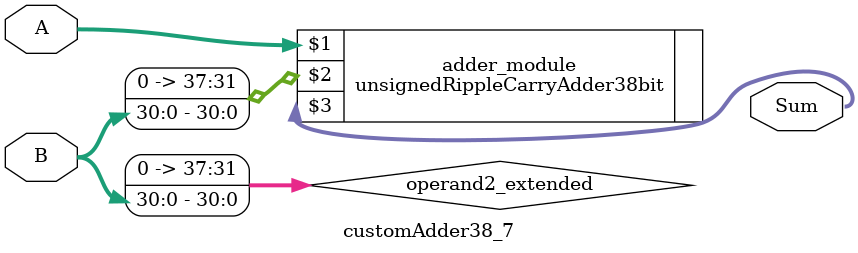
<source format=v>
module customAdder38_7(
                        input [37 : 0] A,
                        input [30 : 0] B,
                        
                        output [38 : 0] Sum
                );

        wire [37 : 0] operand2_extended;
        
        assign operand2_extended =  {7'b0, B};
        
        unsignedRippleCarryAdder38bit adder_module(
            A,
            operand2_extended,
            Sum
        );
        
        endmodule
        
</source>
